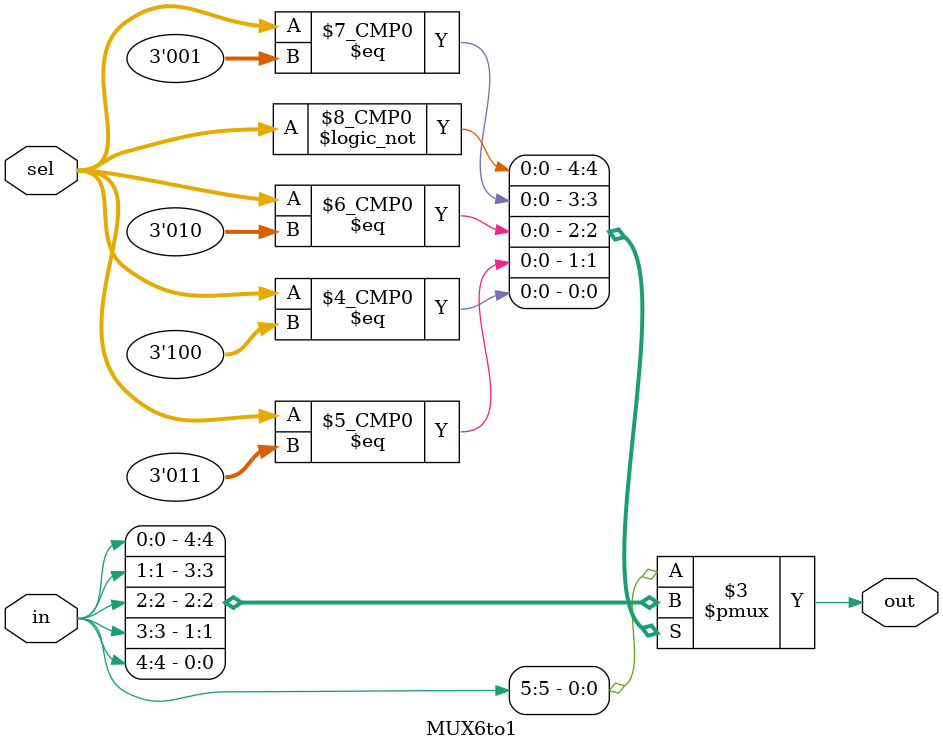
<source format=v>
module MUX6to1 (
    input [5:0] in,        // 6-bit input for the multiplexer
    input [2:0] sel,       // 3-bit selection input
    output reg out         // Single-bit output
);

// Always block triggered by changes in 'in' or 'sel'
always @ (in or sel) begin
    case (sel)
        3'b000: out = in[0];  // If sel is 000, output is in[0]
        3'b001: out = in[1];  // If sel is 001, output is in[1]
        3'b010: out = in[2];  // If sel is 010, output is in[2]
        3'b011: out = in[3];  // If sel is 011, output is in[3]
        3'b100: out = in[4];  // If sel is 100, output is in[4]
        default: out = in[5]; // For any other value of sel, output is in[5]
    endcase
end

endmodule
</source>
